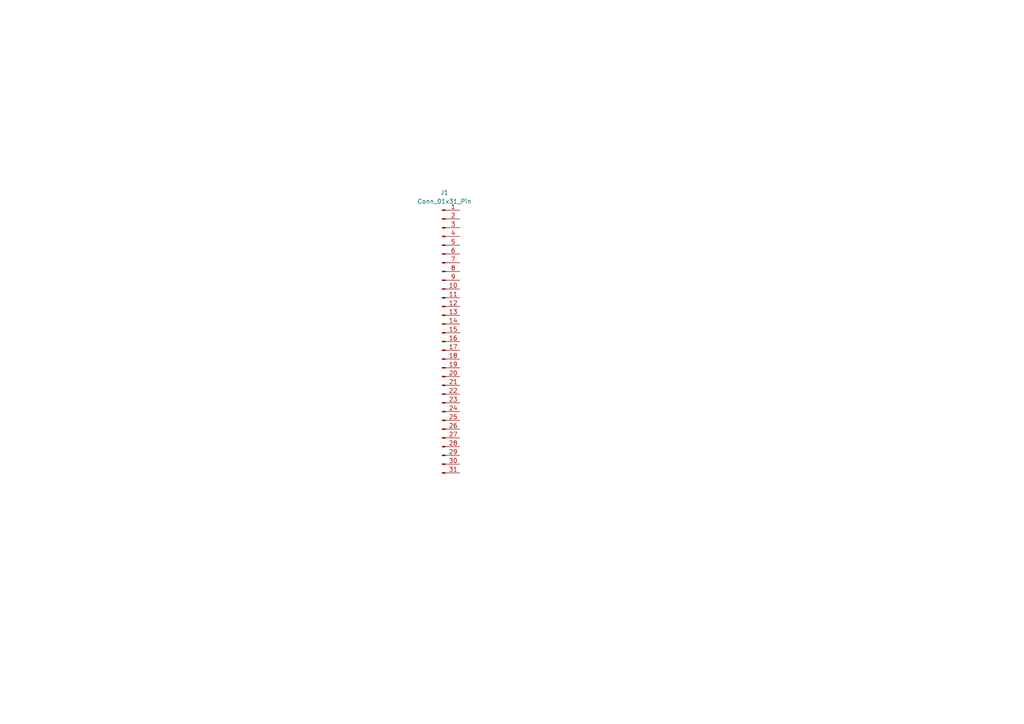
<source format=kicad_sch>
(kicad_sch (version 20250114) (generator "eeschema") (generator_version "9.0")
  (paper "A4")
  (lib_symbols
    (symbol "Connector:Conn_01x31_Pin" (pin_names (offset 1.016) (hide yes))
      (property "Reference" "J" (at 0 40.64 0))
      (property "Value" "Conn_01x31_Pin" (at 0 -40.64 0))
      (symbol "Conn_01x31_Pin_1_1"
        (rectangle (start 0.8636 38.227) (end 0 37.973) (stroke (width 0.1524)) (fill (type outline)))
        (rectangle (start 0.8636 35.687) (end 0 35.433) (stroke (width 0.1524)) (fill (type outline)))
        (rectangle (start 0.8636 33.147) (end 0 32.893) (stroke (width 0.1524)) (fill (type outline)))
        (rectangle (start 0.8636 30.607) (end 0 30.353) (stroke (width 0.1524)) (fill (type outline)))
        (rectangle (start 0.8636 28.067) (end 0 27.813) (stroke (width 0.1524)) (fill (type outline)))
        (rectangle (start 0.8636 25.527) (end 0 25.273) (stroke (width 0.1524)) (fill (type outline)))
        (rectangle (start 0.8636 22.987) (end 0 22.733) (stroke (width 0.1524)) (fill (type outline)))
        (rectangle (start 0.8636 20.447) (end 0 20.193) (stroke (width 0.1524)) (fill (type outline)))
        (rectangle (start 0.8636 17.907) (end 0 17.653) (stroke (width 0.1524)) (fill (type outline)))
        (rectangle (start 0.8636 15.367) (end 0 15.113) (stroke (width 0.1524)) (fill (type outline)))
        (rectangle (start 0.8636 12.827) (end 0 12.573) (stroke (width 0.1524)) (fill (type outline)))
        (rectangle (start 0.8636 10.287) (end 0 10.033) (stroke (width 0.1524)) (fill (type outline)))
        (rectangle (start 0.8636 7.747) (end 0 7.493) (stroke (width 0.1524)) (fill (type outline)))
        (rectangle (start 0.8636 5.207) (end 0 4.953) (stroke (width 0.1524)) (fill (type outline)))
        (rectangle (start 0.8636 2.667) (end 0 2.413) (stroke (width 0.1524)) (fill (type outline)))
        (rectangle (start 0.8636 0.127) (end 0 -0.127) (stroke (width 0.1524)) (fill (type outline)))
        (rectangle (start 0.8636 -2.413) (end 0 -2.667) (stroke (width 0.1524)) (fill (type outline)))
        (rectangle (start 0.8636 -4.953) (end 0 -5.207) (stroke (width 0.1524)) (fill (type outline)))
        (rectangle (start 0.8636 -7.493) (end 0 -7.747) (stroke (width 0.1524)) (fill (type outline)))
        (rectangle (start 0.8636 -10.033) (end 0 -10.287) (stroke (width 0.1524)) (fill (type outline)))
        (rectangle (start 0.8636 -12.573) (end 0 -12.827) (stroke (width 0.1524)) (fill (type outline)))
        (rectangle (start 0.8636 -15.113) (end 0 -15.367) (stroke (width 0.1524)) (fill (type outline)))
        (rectangle (start 0.8636 -17.653) (end 0 -17.907) (stroke (width 0.1524)) (fill (type outline)))
        (rectangle (start 0.8636 -20.193) (end 0 -20.447) (stroke (width 0.1524)) (fill (type outline)))
        (rectangle (start 0.8636 -22.733) (end 0 -22.987) (stroke (width 0.1524)) (fill (type outline)))
        (rectangle (start 0.8636 -25.273) (end 0 -25.527) (stroke (width 0.1524)) (fill (type outline)))
        (rectangle (start 0.8636 -27.813) (end 0 -28.067) (stroke (width 0.1524)) (fill (type outline)))
        (rectangle (start 0.8636 -30.353) (end 0 -30.607) (stroke (width 0.1524)) (fill (type outline)))
        (rectangle (start 0.8636 -32.893) (end 0 -33.147) (stroke (width 0.1524)) (fill (type outline)))
        (rectangle (start 0.8636 -35.433) (end 0 -35.687) (stroke (width 0.1524)) (fill (type outline)))
        (rectangle (start 0.8636 -37.973) (end 0 -38.227) (stroke (width 0.1524)) (fill (type outline)))
        (polyline (pts (xy 1.27 38.1) (xy 0.8636 38.1)) (stroke (width 0.1524)))
        (polyline (pts (xy 1.27 35.56) (xy 0.8636 35.56)) (stroke (width 0.1524)))
        (polyline (pts (xy 1.27 33.02) (xy 0.8636 33.02)) (stroke (width 0.1524)))
        (polyline (pts (xy 1.27 30.48) (xy 0.8636 30.48)) (stroke (width 0.1524)))
        (polyline (pts (xy 1.27 27.94) (xy 0.8636 27.94)) (stroke (width 0.1524)))
        (polyline (pts (xy 1.27 25.4) (xy 0.8636 25.4)) (stroke (width 0.1524)))
        (polyline (pts (xy 1.27 22.86) (xy 0.8636 22.86)) (stroke (width 0.1524)))
        (polyline (pts (xy 1.27 20.32) (xy 0.8636 20.32)) (stroke (width 0.1524)))
        (polyline (pts (xy 1.27 17.78) (xy 0.8636 17.78)) (stroke (width 0.1524)))
        (polyline (pts (xy 1.27 15.24) (xy 0.8636 15.24)) (stroke (width 0.1524)))
        (polyline (pts (xy 1.27 12.7) (xy 0.8636 12.7)) (stroke (width 0.1524)))
        (polyline (pts (xy 1.27 10.16) (xy 0.8636 10.16)) (stroke (width 0.1524)))
        (polyline (pts (xy 1.27 7.62) (xy 0.8636 7.62)) (stroke (width 0.1524)))
        (polyline (pts (xy 1.27 5.08) (xy 0.8636 5.08)) (stroke (width 0.1524)))
        (polyline (pts (xy 1.27 2.54) (xy 0.8636 2.54)) (stroke (width 0.1524)))
        (polyline (pts (xy 1.27 0) (xy 0.8636 0)) (stroke (width 0.1524)))
        (polyline (pts (xy 1.27 -2.54) (xy 0.8636 -2.54)) (stroke (width 0.1524)))
        (polyline (pts (xy 1.27 -5.08) (xy 0.8636 -5.08)) (stroke (width 0.1524)))
        (polyline (pts (xy 1.27 -7.62) (xy 0.8636 -7.62)) (stroke (width 0.1524)))
        (polyline (pts (xy 1.27 -10.16) (xy 0.8636 -10.16)) (stroke (width 0.1524)))
        (polyline (pts (xy 1.27 -12.7) (xy 0.8636 -12.7)) (stroke (width 0.1524)))
        (polyline (pts (xy 1.27 -15.24) (xy 0.8636 -15.24)) (stroke (width 0.1524)))
        (polyline (pts (xy 1.27 -17.78) (xy 0.8636 -17.78)) (stroke (width 0.1524)))
        (polyline (pts (xy 1.27 -20.32) (xy 0.8636 -20.32)) (stroke (width 0.1524)))
        (polyline (pts (xy 1.27 -22.86) (xy 0.8636 -22.86)) (stroke (width 0.1524)))
        (polyline (pts (xy 1.27 -25.4) (xy 0.8636 -25.4)) (stroke (width 0.1524)))
        (polyline (pts (xy 1.27 -27.94) (xy 0.8636 -27.94)) (stroke (width 0.1524)))
        (polyline (pts (xy 1.27 -30.48) (xy 0.8636 -30.48)) (stroke (width 0.1524)))
        (polyline (pts (xy 1.27 -33.02) (xy 0.8636 -33.02)) (stroke (width 0.1524)))
        (polyline (pts (xy 1.27 -35.56) (xy 0.8636 -35.56)) (stroke (width 0.1524)))
        (polyline (pts (xy 1.27 -38.1) (xy 0.8636 -38.1)) (stroke (width 0.1524)))
        (pin passive line (at 5.08 38.1 180) (length 3.81) (name "Pin_1") (number "1"))
        (pin passive line (at 5.08 35.56 180) (length 3.81) (name "Pin_2") (number "2"))
        (pin passive line (at 5.08 33.02 180) (length 3.81) (name "Pin_3") (number "3"))
        (pin passive line (at 5.08 30.48 180) (length 3.81) (name "Pin_4") (number "4"))
        (pin passive line (at 5.08 27.94 180) (length 3.81) (name "Pin_5") (number "5"))
        (pin passive line (at 5.08 25.4 180) (length 3.81) (name "Pin_6") (number "6"))
        (pin passive line (at 5.08 22.86 180) (length 3.81) (name "Pin_7") (number "7"))
        (pin passive line (at 5.08 20.32 180) (length 3.81) (name "Pin_8") (number "8"))
        (pin passive line (at 5.08 17.78 180) (length 3.81) (name "Pin_9") (number "9"))
        (pin passive line (at 5.08 15.24 180) (length 3.81) (name "Pin_10") (number "10"))
        (pin passive line (at 5.08 12.7 180) (length 3.81) (name "Pin_11") (number "11"))
        (pin passive line (at 5.08 10.16 180) (length 3.81) (name "Pin_12") (number "12"))
        (pin passive line (at 5.08 7.62 180) (length 3.81) (name "Pin_13") (number "13"))
        (pin passive line (at 5.08 5.08 180) (length 3.81) (name "Pin_14") (number "14"))
        (pin passive line (at 5.08 2.54 180) (length 3.81) (name "Pin_15") (number "15"))
        (pin passive line (at 5.08 0 180) (length 3.81) (name "Pin_16") (number "16"))
        (pin passive line (at 5.08 -2.54 180) (length 3.81) (name "Pin_17") (number "17"))
        (pin passive line (at 5.08 -5.08 180) (length 3.81) (name "Pin_18") (number "18"))
        (pin passive line (at 5.08 -7.62 180) (length 3.81) (name "Pin_19") (number "19"))
        (pin passive line (at 5.08 -10.16 180) (length 3.81) (name "Pin_20") (number "20"))
        (pin passive line (at 5.08 -12.7 180) (length 3.81) (name "Pin_21") (number "21"))
        (pin passive line (at 5.08 -15.24 180) (length 3.81) (name "Pin_22") (number "22"))
        (pin passive line (at 5.08 -17.78 180) (length 3.81) (name "Pin_23") (number "23"))
        (pin passive line (at 5.08 -20.32 180) (length 3.81) (name "Pin_24") (number "24"))
        (pin passive line (at 5.08 -22.86 180) (length 3.81) (name "Pin_25") (number "25"))
        (pin passive line (at 5.08 -25.4 180) (length 3.81) (name "Pin_26") (number "26"))
        (pin passive line (at 5.08 -27.94 180) (length 3.81) (name "Pin_27") (number "27"))
        (pin passive line (at 5.08 -30.48 180) (length 3.81) (name "Pin_28") (number "28"))
        (pin passive line (at 5.08 -33.02 180) (length 3.81) (name "Pin_29") (number "29"))
        (pin passive line (at 5.08 -35.56 180) (length 3.81) (name "Pin_30") (number "30"))
        (pin passive line (at 5.08 -38.1 180) (length 3.81) (name "Pin_31") (number "31"))
      )
    )
  )
  (no_connect (at -43.18 -12.7))
  (symbol (lib_id "Connector:Conn_01x31_Pin") (at 128.27 99.06 0) (unit 1)
    (property "Reference" "J1" (at 128.905 55.88 0))
    (property "Value" "Conn_01x31_Pin" (at 128.905 58.42 0))
    (property "Description" "Generic connector, single row, 01x31, script generated" (effects (hide yes)))
  )
)
</source>
